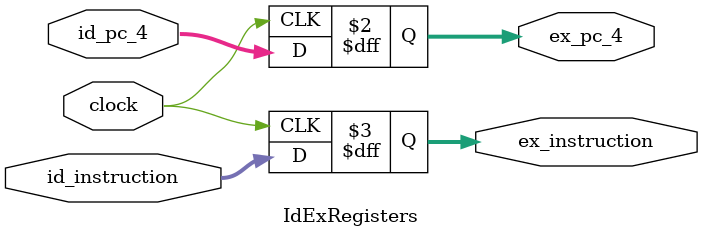
<source format=v>
`timescale 1ns / 1ps

module IdExRegisters (

		input clock,

		input [31:0] id_pc_4,
		input [31:0] id_instruction,

		output reg [31:0] ex_pc_4,
		output reg [31:0] ex_instruction
	);

	always @(posedge clock) begin
		ex_pc_4 <= id_pc_4;
		ex_instruction <= id_instruction;
	end
endmodule

</source>
